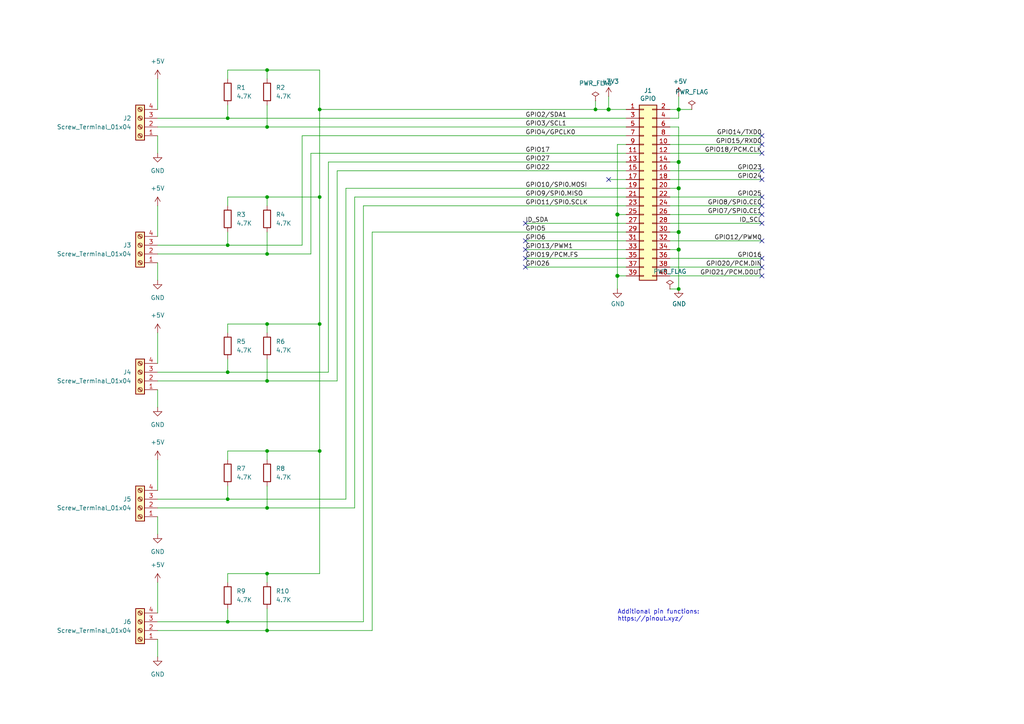
<source format=kicad_sch>
(kicad_sch (version 20250114) (generator "eeschema") (generator_version "9.0")
  (paper "A4")
  (title_block (date "15 nov 2012"))
  (lib_symbols
    (symbol "Connector:Screw_Terminal_01x04" (pin_names (offset 1.016) (hide yes))
      (property "Reference" "J" (at 0 5.08 0))
      (property "Value" "Screw_Terminal_01x04" (at 0 -7.62 0))
      (symbol "Screw_Terminal_01x04_1_1"
        (rectangle (start -1.27 3.81) (end 1.27 -6.35) (stroke (width 0.254)) (fill (type background)))
        (polyline (pts (xy -0.5334 2.8702) (xy 0.3302 2.032)) (stroke (width 0.1524)))
        (polyline (pts (xy -0.5334 0.3302) (xy 0.3302 -0.508)) (stroke (width 0.1524)))
        (polyline (pts (xy -0.5334 -2.2098) (xy 0.3302 -3.048)) (stroke (width 0.1524)))
        (polyline (pts (xy -0.5334 -4.7498) (xy 0.3302 -5.588)) (stroke (width 0.1524)))
        (polyline (pts (xy -0.3556 3.048) (xy 0.508 2.2098)) (stroke (width 0.1524)))
        (polyline (pts (xy -0.3556 0.508) (xy 0.508 -0.3302)) (stroke (width 0.1524)))
        (polyline (pts (xy -0.3556 -2.032) (xy 0.508 -2.8702)) (stroke (width 0.1524)))
        (polyline (pts (xy -0.3556 -4.572) (xy 0.508 -5.4102)) (stroke (width 0.1524)))
        (circle (center 0 2.54) (radius 0.635) (stroke (width 0.1524)))
        (circle (center 0 0) (radius 0.635) (stroke (width 0.1524)))
        (circle (center 0 -2.54) (radius 0.635) (stroke (width 0.1524)))
        (circle (center 0 -5.08) (radius 0.635) (stroke (width 0.1524)))
        (pin passive line (at -5.08 2.54 0) (length 3.81) (name "Pin_1") (number "1"))
        (pin passive line (at -5.08 0 0) (length 3.81) (name "Pin_2") (number "2"))
        (pin passive line (at -5.08 -2.54 0) (length 3.81) (name "Pin_3") (number "3"))
        (pin passive line (at -5.08 -5.08 0) (length 3.81) (name "Pin_4") (number "4"))
      )
    )
    (symbol "Connector_Generic:Conn_02x20_Odd_Even" (pin_names (offset 1.016) (hide yes))
      (property "Reference" "J" (at 1.27 25.4 0))
      (property "Value" "Conn_02x20_Odd_Even" (at 1.27 -27.94 0))
      (symbol "Conn_02x20_Odd_Even_1_1"
        (rectangle (start -1.27 24.13) (end 3.81 -26.67) (stroke (width 0.254)) (fill (type background)))
        (rectangle (start -1.27 22.987) (end 0 22.733) (stroke (width 0.1524)))
        (rectangle (start -1.27 20.447) (end 0 20.193) (stroke (width 0.1524)))
        (rectangle (start -1.27 17.907) (end 0 17.653) (stroke (width 0.1524)))
        (rectangle (start -1.27 15.367) (end 0 15.113) (stroke (width 0.1524)))
        (rectangle (start -1.27 12.827) (end 0 12.573) (stroke (width 0.1524)))
        (rectangle (start -1.27 10.287) (end 0 10.033) (stroke (width 0.1524)))
        (rectangle (start -1.27 7.747) (end 0 7.493) (stroke (width 0.1524)))
        (rectangle (start -1.27 5.207) (end 0 4.953) (stroke (width 0.1524)))
        (rectangle (start -1.27 2.667) (end 0 2.413) (stroke (width 0.1524)))
        (rectangle (start -1.27 0.127) (end 0 -0.127) (stroke (width 0.1524)))
        (rectangle (start -1.27 -2.413) (end 0 -2.667) (stroke (width 0.1524)))
        (rectangle (start -1.27 -4.953) (end 0 -5.207) (stroke (width 0.1524)))
        (rectangle (start -1.27 -7.493) (end 0 -7.747) (stroke (width 0.1524)))
        (rectangle (start -1.27 -10.033) (end 0 -10.287) (stroke (width 0.1524)))
        (rectangle (start -1.27 -12.573) (end 0 -12.827) (stroke (width 0.1524)))
        (rectangle (start -1.27 -15.113) (end 0 -15.367) (stroke (width 0.1524)))
        (rectangle (start -1.27 -17.653) (end 0 -17.907) (stroke (width 0.1524)))
        (rectangle (start -1.27 -20.193) (end 0 -20.447) (stroke (width 0.1524)))
        (rectangle (start -1.27 -22.733) (end 0 -22.987) (stroke (width 0.1524)))
        (rectangle (start -1.27 -25.273) (end 0 -25.527) (stroke (width 0.1524)))
        (rectangle (start 3.81 22.987) (end 2.54 22.733) (stroke (width 0.1524)))
        (rectangle (start 3.81 20.447) (end 2.54 20.193) (stroke (width 0.1524)))
        (rectangle (start 3.81 17.907) (end 2.54 17.653) (stroke (width 0.1524)))
        (rectangle (start 3.81 15.367) (end 2.54 15.113) (stroke (width 0.1524)))
        (rectangle (start 3.81 12.827) (end 2.54 12.573) (stroke (width 0.1524)))
        (rectangle (start 3.81 10.287) (end 2.54 10.033) (stroke (width 0.1524)))
        (rectangle (start 3.81 7.747) (end 2.54 7.493) (stroke (width 0.1524)))
        (rectangle (start 3.81 5.207) (end 2.54 4.953) (stroke (width 0.1524)))
        (rectangle (start 3.81 2.667) (end 2.54 2.413) (stroke (width 0.1524)))
        (rectangle (start 3.81 0.127) (end 2.54 -0.127) (stroke (width 0.1524)))
        (rectangle (start 3.81 -2.413) (end 2.54 -2.667) (stroke (width 0.1524)))
        (rectangle (start 3.81 -4.953) (end 2.54 -5.207) (stroke (width 0.1524)))
        (rectangle (start 3.81 -7.493) (end 2.54 -7.747) (stroke (width 0.1524)))
        (rectangle (start 3.81 -10.033) (end 2.54 -10.287) (stroke (width 0.1524)))
        (rectangle (start 3.81 -12.573) (end 2.54 -12.827) (stroke (width 0.1524)))
        (rectangle (start 3.81 -15.113) (end 2.54 -15.367) (stroke (width 0.1524)))
        (rectangle (start 3.81 -17.653) (end 2.54 -17.907) (stroke (width 0.1524)))
        (rectangle (start 3.81 -20.193) (end 2.54 -20.447) (stroke (width 0.1524)))
        (rectangle (start 3.81 -22.733) (end 2.54 -22.987) (stroke (width 0.1524)))
        (rectangle (start 3.81 -25.273) (end 2.54 -25.527) (stroke (width 0.1524)))
        (pin passive line (at -5.08 22.86 0) (length 3.81) (name "Pin_1") (number "1"))
        (pin passive line (at -5.08 20.32 0) (length 3.81) (name "Pin_3") (number "3"))
        (pin passive line (at -5.08 17.78 0) (length 3.81) (name "Pin_5") (number "5"))
        (pin passive line (at -5.08 15.24 0) (length 3.81) (name "Pin_7") (number "7"))
        (pin passive line (at -5.08 12.7 0) (length 3.81) (name "Pin_9") (number "9"))
        (pin passive line (at -5.08 10.16 0) (length 3.81) (name "Pin_11") (number "11"))
        (pin passive line (at -5.08 7.62 0) (length 3.81) (name "Pin_13") (number "13"))
        (pin passive line (at -5.08 5.08 0) (length 3.81) (name "Pin_15") (number "15"))
        (pin passive line (at -5.08 2.54 0) (length 3.81) (name "Pin_17") (number "17"))
        (pin passive line (at -5.08 0 0) (length 3.81) (name "Pin_19") (number "19"))
        (pin passive line (at -5.08 -2.54 0) (length 3.81) (name "Pin_21") (number "21"))
        (pin passive line (at -5.08 -5.08 0) (length 3.81) (name "Pin_23") (number "23"))
        (pin passive line (at -5.08 -7.62 0) (length 3.81) (name "Pin_25") (number "25"))
        (pin passive line (at -5.08 -10.16 0) (length 3.81) (name "Pin_27") (number "27"))
        (pin passive line (at -5.08 -12.7 0) (length 3.81) (name "Pin_29") (number "29"))
        (pin passive line (at -5.08 -15.24 0) (length 3.81) (name "Pin_31") (number "31"))
        (pin passive line (at -5.08 -17.78 0) (length 3.81) (name "Pin_33") (number "33"))
        (pin passive line (at -5.08 -20.32 0) (length 3.81) (name "Pin_35") (number "35"))
        (pin passive line (at -5.08 -22.86 0) (length 3.81) (name "Pin_37") (number "37"))
        (pin passive line (at -5.08 -25.4 0) (length 3.81) (name "Pin_39") (number "39"))
        (pin passive line (at 7.62 22.86 180) (length 3.81) (name "Pin_2") (number "2"))
        (pin passive line (at 7.62 20.32 180) (length 3.81) (name "Pin_4") (number "4"))
        (pin passive line (at 7.62 17.78 180) (length 3.81) (name "Pin_6") (number "6"))
        (pin passive line (at 7.62 15.24 180) (length 3.81) (name "Pin_8") (number "8"))
        (pin passive line (at 7.62 12.7 180) (length 3.81) (name "Pin_10") (number "10"))
        (pin passive line (at 7.62 10.16 180) (length 3.81) (name "Pin_12") (number "12"))
        (pin passive line (at 7.62 7.62 180) (length 3.81) (name "Pin_14") (number "14"))
        (pin passive line (at 7.62 5.08 180) (length 3.81) (name "Pin_16") (number "16"))
        (pin passive line (at 7.62 2.54 180) (length 3.81) (name "Pin_18") (number "18"))
        (pin passive line (at 7.62 0 180) (length 3.81) (name "Pin_20") (number "20"))
        (pin passive line (at 7.62 -2.54 180) (length 3.81) (name "Pin_22") (number "22"))
        (pin passive line (at 7.62 -5.08 180) (length 3.81) (name "Pin_24") (number "24"))
        (pin passive line (at 7.62 -7.62 180) (length 3.81) (name "Pin_26") (number "26"))
        (pin passive line (at 7.62 -10.16 180) (length 3.81) (name "Pin_28") (number "28"))
        (pin passive line (at 7.62 -12.7 180) (length 3.81) (name "Pin_30") (number "30"))
        (pin passive line (at 7.62 -15.24 180) (length 3.81) (name "Pin_32") (number "32"))
        (pin passive line (at 7.62 -17.78 180) (length 3.81) (name "Pin_34") (number "34"))
        (pin passive line (at 7.62 -20.32 180) (length 3.81) (name "Pin_36") (number "36"))
        (pin passive line (at 7.62 -22.86 180) (length 3.81) (name "Pin_38") (number "38"))
        (pin passive line (at 7.62 -25.4 180) (length 3.81) (name "Pin_40") (number "40"))
      )
    )
    (symbol "Device:R" (pin_numbers (hide yes)) (pin_names (offset 0))
      (property "Reference" "R" (at 2.032 0 90))
      (property "Value" "R" (at 0 0 90))
      (symbol "R_0_1"
        (rectangle (start -1.016 -2.54) (end 1.016 2.54) (stroke (width 0.254)))
      )
      (symbol "R_1_1"
        (pin passive line (at 0 3.81 270) (length 1.27) (name "~") (number "1"))
        (pin passive line (at 0 -3.81 90) (length 1.27) (name "~") (number "2"))
      )
    )
    (symbol "power:+3.3V" (power) (pin_numbers (hide yes)) (pin_names (offset 0) (hide yes))
      (property "Value" "+3.3V" (at 0 3.556 0))
      (symbol "+3.3V_0_1"
        (polyline (pts (xy -0.762 1.27) (xy 0 2.54)))
        (polyline (pts (xy 0 2.54) (xy 0.762 1.27)))
        (polyline (pts (xy 0 0) (xy 0 2.54)))
      )
      (symbol "+3.3V_1_1"
        (pin power_in line (at 0 0 90) (length 0) (name "~") (number "1"))
      )
    )
    (symbol "power:+5V" (power) (pin_numbers (hide yes)) (pin_names (offset 0) (hide yes))
      (property "Value" "+5V" (at 0 3.556 0))
      (symbol "+5V_0_1"
        (polyline (pts (xy -0.762 1.27) (xy 0 2.54)))
        (polyline (pts (xy 0 2.54) (xy 0.762 1.27)))
        (polyline (pts (xy 0 0) (xy 0 2.54)))
      )
      (symbol "+5V_1_1"
        (pin power_in line (at 0 0 90) (length 0) (name "~") (number "1"))
      )
    )
    (symbol "power:GND" (power) (pin_numbers (hide yes)) (pin_names (offset 0) (hide yes))
      (property "Value" "GND" (at 0 -3.81 0))
      (symbol "GND_0_1"
        (polyline (pts (xy 0 0) (xy 0 -1.27) (xy 1.27 -1.27) (xy 0 -2.54) (xy -1.27 -1.27) (xy 0 -1.27)))
      )
      (symbol "GND_1_1"
        (pin power_in line (at 0 0 270) (length 0) (name "~") (number "1"))
      )
    )
    (symbol "power:PWR_FLAG" (power) (pin_numbers (hide yes)) (pin_names (offset 0) (hide yes))
      (property "Value" "PWR_FLAG" (at 0 3.81 0))
      (symbol "PWR_FLAG_0_0"
        (pin power_out line (at 0 0 90) (length 0) (name "~") (number "1"))
      )
      (symbol "PWR_FLAG_0_1"
        (polyline (pts (xy 0 0) (xy 0 1.27) (xy -1.016 1.905) (xy 0 2.54) (xy 1.016 1.905) (xy 0 1.27)))
      )
    )
  )
  (text "Additional pin functions:\nhttps://pinout.xyz/" (at 179.07 180.34 0) (effects (font (size 1.27 1.27)) (justify left bottom)))
  (junction (at 172.72 31.75))
  (junction (at 77.47 130.81))
  (junction (at 196.85 83.82))
  (junction (at 196.85 31.75) (diameter 1.016))
  (junction (at 77.47 182.88))
  (junction (at 66.04 71.12))
  (junction (at 196.85 46.99) (diameter 1.016))
  (junction (at 92.71 31.75))
  (junction (at 66.04 144.78))
  (junction (at 77.47 20.32))
  (junction (at 66.04 107.95))
  (junction (at 77.47 166.37))
  (junction (at 179.07 80.01) (diameter 1.016))
  (junction (at 66.04 180.34))
  (junction (at 179.07 62.23) (diameter 1.016))
  (junction (at 196.85 72.39) (diameter 1.016))
  (junction (at 77.47 147.32))
  (junction (at 77.47 57.15))
  (junction (at 77.47 93.98))
  (junction (at 196.85 67.31) (diameter 1.016))
  (junction (at 92.71 93.98))
  (junction (at 77.47 110.49))
  (junction (at 92.71 57.15))
  (junction (at 196.85 54.61) (diameter 1.016))
  (junction (at 77.47 73.66))
  (junction (at 92.71 130.81))
  (junction (at 77.47 36.83))
  (junction (at 66.04 34.29))
  (junction (at 176.53 31.75) (diameter 1.016))
  (no_connect (at 220.98 80.01))
  (no_connect (at 152.4 72.39))
  (no_connect (at 152.4 69.85))
  (no_connect (at 152.4 64.77))
  (no_connect (at 220.98 52.07))
  (no_connect (at 152.4 74.93))
  (no_connect (at 220.98 59.69))
  (no_connect (at 220.98 49.53))
  (no_connect (at 220.98 62.23))
  (no_connect (at 220.98 41.91))
  (no_connect (at 220.98 77.47))
  (no_connect (at 220.98 74.93))
  (no_connect (at 220.98 44.45))
  (no_connect (at 176.53 52.07))
  (no_connect (at 220.98 57.15))
  (no_connect (at 220.98 39.37))
  (no_connect (at 220.98 69.85))
  (no_connect (at 152.4 77.47))
  (no_connect (at 220.98 64.77))
  (wire (pts (xy 100.33 144.78) (xy 100.33 54.61)))
  (wire (pts (xy 179.07 62.23) (xy 179.07 80.01)))
  (wire (pts (xy 194.31 62.23) (xy 220.98 62.23)))
  (wire (pts (xy 196.85 31.75) (xy 200.66 31.75)))
  (wire (pts (xy 45.72 71.12) (xy 66.04 71.12)))
  (wire (pts (xy 66.04 130.81) (xy 66.04 133.35)))
  (wire (pts (xy 45.72 113.03) (xy 45.72 118.11)))
  (wire (pts (xy 45.72 76.2) (xy 45.72 81.28)))
  (wire (pts (xy 196.85 36.83) (xy 196.85 46.99)))
  (wire (pts (xy 196.85 54.61) (xy 194.31 54.61)))
  (wire (pts (xy 196.85 67.31) (xy 196.85 72.39)))
  (wire (pts (xy 97.79 110.49) (xy 77.47 110.49)))
  (wire (pts (xy 77.47 20.32) (xy 92.71 20.32)))
  (wire (pts (xy 45.72 22.86) (xy 45.72 31.75)))
  (wire (pts (xy 196.85 54.61) (xy 196.85 67.31)))
  (wire (pts (xy 77.47 59.69) (xy 77.47 57.15)))
  (wire (pts (xy 66.04 166.37) (xy 66.04 168.91)))
  (wire (pts (xy 194.31 39.37) (xy 220.98 39.37)))
  (wire (pts (xy 45.72 180.34) (xy 66.04 180.34)))
  (wire (pts (xy 179.07 41.91) (xy 179.07 62.23)))
  (wire (pts (xy 105.41 59.69) (xy 181.61 59.69)))
  (wire (pts (xy 66.04 144.78) (xy 100.33 144.78)))
  (wire (pts (xy 77.47 130.81) (xy 66.04 130.81)))
  (wire (pts (xy 77.47 166.37) (xy 66.04 166.37)))
  (wire (pts (xy 179.07 41.91) (xy 181.61 41.91)))
  (wire (pts (xy 194.31 59.69) (xy 220.98 59.69)))
  (wire (pts (xy 66.04 30.48) (xy 66.04 34.29)))
  (wire (pts (xy 181.61 64.77) (xy 152.4 64.77)))
  (wire (pts (xy 77.47 57.15) (xy 92.71 57.15)))
  (wire (pts (xy 77.47 140.97) (xy 77.47 147.32)))
  (wire (pts (xy 172.72 29.21) (xy 172.72 31.75)))
  (wire (pts (xy 97.79 49.53) (xy 97.79 110.49)))
  (wire (pts (xy 107.95 67.31) (xy 181.61 67.31)))
  (wire (pts (xy 66.04 67.31) (xy 66.04 71.12)))
  (wire (pts (xy 45.72 185.42) (xy 45.72 190.5)))
  (wire (pts (xy 107.95 182.88) (xy 107.95 67.31)))
  (wire (pts (xy 45.72 110.49) (xy 77.47 110.49)))
  (wire (pts (xy 179.07 62.23) (xy 181.61 62.23)))
  (wire (pts (xy 77.47 168.91) (xy 77.47 166.37)))
  (wire (pts (xy 90.17 73.66) (xy 77.47 73.66)))
  (wire (pts (xy 77.47 67.31) (xy 77.47 73.66)))
  (wire (pts (xy 194.31 49.53) (xy 220.98 49.53)))
  (wire (pts (xy 45.72 149.86) (xy 45.72 154.94)))
  (wire (pts (xy 66.04 176.53) (xy 66.04 180.34)))
  (wire (pts (xy 87.63 39.37) (xy 181.61 39.37)))
  (wire (pts (xy 194.31 80.01) (xy 220.98 80.01)))
  (wire (pts (xy 179.07 80.01) (xy 179.07 83.82)))
  (wire (pts (xy 176.53 27.94) (xy 176.53 31.75)))
  (wire (pts (xy 97.79 49.53) (xy 181.61 49.53)))
  (wire (pts (xy 172.72 31.75) (xy 176.53 31.75)))
  (wire (pts (xy 196.85 72.39) (xy 194.31 72.39)))
  (wire (pts (xy 95.25 46.99) (xy 95.25 107.95)))
  (wire (pts (xy 95.25 107.95) (xy 66.04 107.95)))
  (wire (pts (xy 105.41 180.34) (xy 105.41 59.69)))
  (wire (pts (xy 77.47 176.53) (xy 77.47 182.88)))
  (wire (pts (xy 92.71 93.98) (xy 92.71 130.81)))
  (wire (pts (xy 176.53 52.07) (xy 181.61 52.07)))
  (wire (pts (xy 77.47 104.14) (xy 77.47 110.49)))
  (wire (pts (xy 196.85 31.75) (xy 196.85 34.29)))
  (wire (pts (xy 45.72 107.95) (xy 66.04 107.95)))
  (wire (pts (xy 77.47 20.32) (xy 66.04 20.32)))
  (wire (pts (xy 196.85 46.99) (xy 196.85 54.61)))
  (wire (pts (xy 102.87 57.15) (xy 181.61 57.15)))
  (wire (pts (xy 194.31 44.45) (xy 220.98 44.45)))
  (wire (pts (xy 77.47 166.37) (xy 92.71 166.37)))
  (wire (pts (xy 196.85 46.99) (xy 194.31 46.99)))
  (wire (pts (xy 77.47 30.48) (xy 77.47 36.83)))
  (wire (pts (xy 92.71 93.98) (xy 92.71 57.15)))
  (wire (pts (xy 77.47 93.98) (xy 66.04 93.98)))
  (wire (pts (xy 196.85 27.94) (xy 196.85 31.75)))
  (wire (pts (xy 45.72 39.37) (xy 45.72 44.45)))
  (wire (pts (xy 196.85 31.75) (xy 194.31 31.75)))
  (wire (pts (xy 45.72 144.78) (xy 66.04 144.78)))
  (wire (pts (xy 194.31 52.07) (xy 220.98 52.07)))
  (wire (pts (xy 194.31 41.91) (xy 220.98 41.91)))
  (wire (pts (xy 87.63 39.37) (xy 87.63 71.12)))
  (wire (pts (xy 45.72 73.66) (xy 77.47 73.66)))
  (wire (pts (xy 45.72 34.29) (xy 66.04 34.29)))
  (wire (pts (xy 102.87 147.32) (xy 102.87 57.15)))
  (wire (pts (xy 194.31 83.82) (xy 196.85 83.82)))
  (wire (pts (xy 45.72 182.88) (xy 77.47 182.88)))
  (wire (pts (xy 45.72 59.69) (xy 45.72 68.58)))
  (wire (pts (xy 66.04 140.97) (xy 66.04 144.78)))
  (wire (pts (xy 77.47 182.88) (xy 107.95 182.88)))
  (wire (pts (xy 66.04 57.15) (xy 66.04 59.69)))
  (wire (pts (xy 90.17 44.45) (xy 181.61 44.45)))
  (wire (pts (xy 92.71 31.75) (xy 172.72 31.75)))
  (wire (pts (xy 45.72 96.52) (xy 45.72 105.41)))
  (wire (pts (xy 196.85 34.29) (xy 194.31 34.29)))
  (wire (pts (xy 152.4 74.93) (xy 181.61 74.93)))
  (wire (pts (xy 77.47 93.98) (xy 92.71 93.98)))
  (wire (pts (xy 194.31 74.93) (xy 220.98 74.93)))
  (wire (pts (xy 194.31 69.85) (xy 220.98 69.85)))
  (wire (pts (xy 179.07 80.01) (xy 181.61 80.01)))
  (wire (pts (xy 194.31 77.47) (xy 220.98 77.47)))
  (wire (pts (xy 100.33 54.61) (xy 181.61 54.61)))
  (wire (pts (xy 45.72 36.83) (xy 77.47 36.83)))
  (wire (pts (xy 196.85 36.83) (xy 194.31 36.83)))
  (wire (pts (xy 152.4 77.47) (xy 181.61 77.47)))
  (wire (pts (xy 95.25 46.99) (xy 181.61 46.99)))
  (wire (pts (xy 66.04 180.34) (xy 105.41 180.34)))
  (wire (pts (xy 77.47 57.15) (xy 66.04 57.15)))
  (wire (pts (xy 77.47 130.81) (xy 92.71 130.81)))
  (wire (pts (xy 45.72 147.32) (xy 77.47 147.32)))
  (wire (pts (xy 196.85 72.39) (xy 196.85 83.82)))
  (wire (pts (xy 77.47 96.52) (xy 77.47 93.98)))
  (wire (pts (xy 194.31 57.15) (xy 220.98 57.15)))
  (wire (pts (xy 181.61 72.39) (xy 152.4 72.39)))
  (wire (pts (xy 90.17 44.45) (xy 90.17 73.66)))
  (wire (pts (xy 92.71 57.15) (xy 92.71 31.75)))
  (wire (pts (xy 77.47 36.83) (xy 181.61 36.83)))
  (wire (pts (xy 92.71 20.32) (xy 92.71 31.75)))
  (wire (pts (xy 77.47 147.32) (xy 102.87 147.32)))
  (wire (pts (xy 77.47 133.35) (xy 77.47 130.81)))
  (wire (pts (xy 196.85 67.31) (xy 194.31 67.31)))
  (wire (pts (xy 66.04 20.32) (xy 66.04 22.86)))
  (wire (pts (xy 176.53 31.75) (xy 181.61 31.75)))
  (wire (pts (xy 45.72 168.91) (xy 45.72 177.8)))
  (wire (pts (xy 87.63 71.12) (xy 66.04 71.12)))
  (wire (pts (xy 152.4 69.85) (xy 181.61 69.85)))
  (wire (pts (xy 45.72 133.35) (xy 45.72 142.24)))
  (wire (pts (xy 92.71 130.81) (xy 92.71 166.37)))
  (wire (pts (xy 66.04 34.29) (xy 181.61 34.29)))
  (wire (pts (xy 194.31 64.77) (xy 220.98 64.77)))
  (wire (pts (xy 77.47 22.86) (xy 77.47 20.32)))
  (wire (pts (xy 66.04 93.98) (xy 66.04 96.52)))
  (wire (pts (xy 66.04 104.14) (xy 66.04 107.95)))
  (label "ID_SDA" (at 152.4 64.77 0))
  (label "GPIO6" (at 152.4 69.85 0))
  (label "ID_SCL" (at 220.98 64.77 180))
  (label "GPIO5" (at 152.4 67.31 0))
  (label "GPIO21{slash}PCM.DOUT" (at 220.98 80.01 180))
  (label "GPIO19{slash}PCM.FS" (at 152.4 74.93 0))
  (label "GPIO10{slash}SPI0.MOSI" (at 152.4 54.61 0))
  (label "GPIO9{slash}SPI0.MISO" (at 152.4 57.15 0))
  (label "GPIO23" (at 220.98 49.53 180))
  (label "GPIO4{slash}GPCLK0" (at 152.4 39.37 0))
  (label "GPIO27" (at 152.4 46.99 0))
  (label "GPIO26" (at 152.4 77.47 0))
  (label "GPIO14{slash}TXD0" (at 220.98 39.37 180))
  (label "GPIO8{slash}SPI0.CE0" (at 220.98 59.69 180))
  (label "GPIO15{slash}RXD0" (at 220.98 41.91 180))
  (label "GPIO16" (at 220.98 74.93 180))
  (label "GPIO22" (at 152.4 49.53 0))
  (label "GPIO2{slash}SDA1" (at 152.4 34.29 0))
  (label "GPIO17" (at 152.4 44.45 0))
  (label "GPIO25" (at 220.98 57.15 180))
  (label "GPIO3{slash}SCL1" (at 152.4 36.83 0))
  (label "GPIO18{slash}PCM.CLK" (at 220.98 44.45 180))
  (label "GPIO12{slash}PWM0" (at 220.98 69.85 180))
  (label "GPIO13{slash}PWM1" (at 152.4 72.39 0))
  (label "GPIO20{slash}PCM.DIN" (at 220.98 77.47 180))
  (label "GPIO24" (at 220.98 52.07 180))
  (label "GPIO7{slash}SPI0.CE1" (at 220.98 62.23 180))
  (label "GPIO11{slash}SPI0.SCLK" (at 152.4 59.69 0))
  (symbol (lib_id "power:+5V") (at 196.85 27.94 0) (unit 1)
    (property "Reference" "#PWR01" (effects (hide yes)))
    (property "Value" "+5V" (at 197.2183 23.6156 0))
    (property "Description" "Power symbol creates a global label with name \"+5V\"" (effects (hide yes)))
  )
  (symbol (lib_id "power:+3.3V") (at 176.53 27.94 0) (unit 1)
    (property "Reference" "#PWR04" (effects (hide yes)))
    (property "Value" "+3V3" (at 176.8983 23.6156 0))
    (property "Description" "Power symbol creates a global label with name \"+3.3V\"" (effects (hide yes)))
  )
  (symbol (lib_id "power:GND") (at 196.85 83.82 0) (unit 1)
    (property "Reference" "#PWR02" (effects (hide yes)))
    (property "Value" "GND" (at 196.9643 88.1444 0))
    (property "Description" "Power symbol creates a global label with name \"GND\" , ground" (effects (hide yes)))
  )
  (symbol (lib_id "power:GND") (at 179.07 83.82 0) (unit 1)
    (property "Reference" "#PWR03" (effects (hide yes)))
    (property "Value" "GND" (at 179.1843 88.1444 0))
    (property "Description" "Power symbol creates a global label with name \"GND\" , ground" (effects (hide yes)))
  )
  (symbol (lib_id "Connector_Generic:Conn_02x20_Odd_Even") (at 186.69 54.61 0) (unit 1)
    (property "Reference" "J1" (at 187.96 26.2698 0))
    (property "Value" "GPIO" (at 187.96 28.575 0))
    (property "Footprint" "Connector_PinSocket_2.54mm:PinSocket_2x20_P2.54mm_Vertical" (effects (hide yes)))
    (property "Description" "Generic connector, double row, 02x20, odd/even pin numbering scheme (row 1 odd numbers, row 2 even numbers), script generated (kicad-library-utils/schlib/autogen/connector/)" (effects (hide yes)))
  )
  (symbol (lib_id "Device:R") (at 66.04 26.67 0) (unit 1)
    (property "Reference" "R1" (at 68.58 25.3999 0) (effects (justify left)))
    (property "Value" "4.7K" (at 68.58 27.9399 0) (effects (justify left)))
    (property "Footprint" "Resistor_THT:R_Axial_DIN0207_L6.3mm_D2.5mm_P7.62mm_Horizontal" (effects (hide yes)))
    (property "Description" "Resistor" (effects (hide yes)))
  )
  (symbol (lib_id "Device:R") (at 77.47 172.72 0) (unit 1)
    (property "Reference" "R10" (at 80.01 171.4499 0) (effects (justify left)))
    (property "Value" "4.7K" (at 80.01 173.9899 0) (effects (justify left)))
    (property "Footprint" "Resistor_THT:R_Axial_DIN0207_L6.3mm_D2.5mm_P7.62mm_Horizontal" (effects (hide yes)))
    (property "Description" "Resistor" (effects (hide yes)))
  )
  (symbol (lib_id "Connector:Screw_Terminal_01x04") (at 40.64 147.32 180) (unit 1)
    (property "Reference" "J5" (at 38.1 144.7799 0) (effects (justify left)))
    (property "Value" "Screw_Terminal_01x04" (at 38.1 147.3199 0) (effects (justify left)))
    (property "Footprint" "TerminalBlock_Phoenix:TerminalBlock_Phoenix_PT-1,5-4-5.0-H_1x04_P5.00mm_Horizontal" (effects (hide yes)))
    (property "Description" "Generic screw terminal, single row, 01x04, script generated (kicad-library-utils/schlib/autogen/connector/)" (effects (hide yes)))
  )
  (symbol (lib_id "power:PWR_FLAG") (at 200.66 31.75 0) (unit 1)
    (property "Reference" "#FLG01" (effects (hide yes)))
    (property "Value" "PWR_FLAG" (at 200.66 26.67 0))
    (property "Description" "Special symbol for telling ERC where power comes from" (effects (hide yes)))
  )
  (symbol (lib_id "Device:R") (at 66.04 137.16 0) (unit 1)
    (property "Reference" "R7" (at 68.58 135.8899 0) (effects (justify left)))
    (property "Value" "4.7K" (at 68.58 138.4299 0) (effects (justify left)))
    (property "Footprint" "Resistor_THT:R_Axial_DIN0207_L6.3mm_D2.5mm_P7.62mm_Horizontal" (effects (hide yes)))
    (property "Description" "Resistor" (effects (hide yes)))
  )
  (symbol (lib_id "power:+5V") (at 45.72 168.91 0) (unit 1)
    (property "Reference" "#PWR013" (effects (hide yes)))
    (property "Value" "+5V" (at 45.72 163.83 0))
    (property "Description" "Power symbol creates a global label with name \"+5V\"" (effects (hide yes)))
  )
  (symbol (lib_id "power:+5V") (at 45.72 22.86 0) (unit 1)
    (property "Reference" "#PWR06" (effects (hide yes)))
    (property "Value" "+5V" (at 45.72 17.78 0))
    (property "Description" "Power symbol creates a global label with name \"+5V\"" (effects (hide yes)))
  )
  (symbol (lib_id "power:GND") (at 45.72 81.28 0) (unit 1)
    (property "Reference" "#PWR09" (effects (hide yes)))
    (property "Value" "GND" (at 45.72 86.36 0))
    (property "Description" "Power symbol creates a global label with name \"GND\" , ground" (effects (hide yes)))
  )
  (symbol (lib_id "Device:R") (at 77.47 63.5 0) (unit 1)
    (property "Reference" "R4" (at 80.01 62.2299 0) (effects (justify left)))
    (property "Value" "4.7K" (at 80.01 64.7699 0) (effects (justify left)))
    (property "Footprint" "Resistor_THT:R_Axial_DIN0207_L6.3mm_D2.5mm_P7.62mm_Horizontal" (effects (hide yes)))
    (property "Description" "Resistor" (effects (hide yes)))
  )
  (symbol (lib_id "power:PWR_FLAG") (at 194.31 83.82 0) (unit 1)
    (property "Reference" "#FLG03" (effects (hide yes)))
    (property "Value" "PWR_FLAG" (at 194.31 78.74 0))
    (property "Description" "Special symbol for telling ERC where power comes from" (effects (hide yes)))
  )
  (symbol (lib_id "power:PWR_FLAG") (at 172.72 29.21 0) (unit 1)
    (property "Reference" "#FLG02" (effects (hide yes)))
    (property "Value" "PWR_FLAG" (at 172.72 24.13 0))
    (property "Description" "Special symbol for telling ERC where power comes from" (effects (hide yes)))
  )
  (symbol (lib_id "Device:R") (at 66.04 100.33 0) (unit 1)
    (property "Reference" "R5" (at 68.58 99.0599 0) (effects (justify left)))
    (property "Value" "4.7K" (at 68.58 101.5999 0) (effects (justify left)))
    (property "Footprint" "Resistor_THT:R_Axial_DIN0207_L6.3mm_D2.5mm_P7.62mm_Horizontal" (effects (hide yes)))
    (property "Description" "Resistor" (effects (hide yes)))
  )
  (symbol (lib_id "power:+5V") (at 45.72 59.69 0) (unit 1)
    (property "Reference" "#PWR08" (effects (hide yes)))
    (property "Value" "+5V" (at 45.72 54.61 0))
    (property "Description" "Power symbol creates a global label with name \"+5V\"" (effects (hide yes)))
  )
  (symbol (lib_id "power:+5V") (at 45.72 133.35 0) (unit 1)
    (property "Reference" "#PWR05" (effects (hide yes)))
    (property "Value" "+5V" (at 45.72 128.27 0))
    (property "Description" "Power symbol creates a global label with name \"+5V\"" (effects (hide yes)))
  )
  (symbol (lib_id "Device:R") (at 77.47 100.33 0) (unit 1)
    (property "Reference" "R6" (at 80.01 99.0599 0) (effects (justify left)))
    (property "Value" "4.7K" (at 80.01 101.5999 0) (effects (justify left)))
    (property "Footprint" "Resistor_THT:R_Axial_DIN0207_L6.3mm_D2.5mm_P7.62mm_Horizontal" (effects (hide yes)))
    (property "Description" "Resistor" (effects (hide yes)))
  )
  (symbol (lib_id "Device:R") (at 66.04 63.5 0) (unit 1)
    (property "Reference" "R3" (at 68.58 62.2299 0) (effects (justify left)))
    (property "Value" "4.7K" (at 68.58 64.7699 0) (effects (justify left)))
    (property "Footprint" "Resistor_THT:R_Axial_DIN0207_L6.3mm_D2.5mm_P7.62mm_Horizontal" (effects (hide yes)))
    (property "Description" "Resistor" (effects (hide yes)))
  )
  (symbol (lib_id "Connector:Screw_Terminal_01x04") (at 40.64 73.66 180) (unit 1)
    (property "Reference" "J3" (at 38.1 71.1199 0) (effects (justify left)))
    (property "Value" "Screw_Terminal_01x04" (at 38.1 73.6599 0) (effects (justify left)))
    (property "Footprint" "TerminalBlock_Phoenix:TerminalBlock_Phoenix_PT-1,5-4-5.0-H_1x04_P5.00mm_Horizontal" (effects (hide yes)))
    (property "Description" "Generic screw terminal, single row, 01x04, script generated (kicad-library-utils/schlib/autogen/connector/)" (effects (hide yes)))
  )
  (symbol (lib_id "Connector:Screw_Terminal_01x04") (at 40.64 110.49 180) (unit 1)
    (property "Reference" "J4" (at 38.1 107.9499 0) (effects (justify left)))
    (property "Value" "Screw_Terminal_01x04" (at 38.1 110.4899 0) (effects (justify left)))
    (property "Footprint" "TerminalBlock_Phoenix:TerminalBlock_Phoenix_PT-1,5-4-5.0-H_1x04_P5.00mm_Horizontal" (effects (hide yes)))
    (property "Description" "Generic screw terminal, single row, 01x04, script generated (kicad-library-utils/schlib/autogen/connector/)" (effects (hide yes)))
  )
  (symbol (lib_id "power:GND") (at 45.72 190.5 0) (unit 1)
    (property "Reference" "#PWR014" (effects (hide yes)))
    (property "Value" "GND" (at 45.72 195.58 0))
    (property "Description" "Power symbol creates a global label with name \"GND\" , ground" (effects (hide yes)))
  )
  (symbol (lib_id "Device:R") (at 66.04 172.72 0) (unit 1)
    (property "Reference" "R9" (at 68.58 171.4499 0) (effects (justify left)))
    (property "Value" "4.7K" (at 68.58 173.9899 0) (effects (justify left)))
    (property "Footprint" "Resistor_THT:R_Axial_DIN0207_L6.3mm_D2.5mm_P7.62mm_Horizontal" (effects (hide yes)))
    (property "Description" "Resistor" (effects (hide yes)))
  )
  (symbol (lib_id "Connector:Screw_Terminal_01x04") (at 40.64 182.88 180) (unit 1)
    (property "Reference" "J6" (at 38.1 180.3399 0) (effects (justify left)))
    (property "Value" "Screw_Terminal_01x04" (at 38.1 182.8799 0) (effects (justify left)))
    (property "Footprint" "TerminalBlock_Phoenix:TerminalBlock_Phoenix_PT-1,5-4-5.0-H_1x04_P5.00mm_Horizontal" (effects (hide yes)))
    (property "Description" "Generic screw terminal, single row, 01x04, script generated (kicad-library-utils/schlib/autogen/connector/)" (effects (hide yes)))
  )
  (symbol (lib_id "power:GND") (at 45.72 154.94 0) (unit 1)
    (property "Reference" "#PWR010" (effects (hide yes)))
    (property "Value" "GND" (at 45.72 160.02 0))
    (property "Description" "Power symbol creates a global label with name \"GND\" , ground" (effects (hide yes)))
  )
  (symbol (lib_id "power:GND") (at 45.72 118.11 0) (unit 1)
    (property "Reference" "#PWR012" (effects (hide yes)))
    (property "Value" "GND" (at 45.72 123.19 0))
    (property "Description" "Power symbol creates a global label with name \"GND\" , ground" (effects (hide yes)))
  )
  (symbol (lib_id "Device:R") (at 77.47 137.16 0) (unit 1)
    (property "Reference" "R8" (at 80.01 135.8899 0) (effects (justify left)))
    (property "Value" "4.7K" (at 80.01 138.4299 0) (effects (justify left)))
    (property "Footprint" "Resistor_THT:R_Axial_DIN0207_L6.3mm_D2.5mm_P7.62mm_Horizontal" (effects (hide yes)))
    (property "Description" "Resistor" (effects (hide yes)))
  )
  (symbol (lib_id "power:+5V") (at 45.72 96.52 0) (unit 1)
    (property "Reference" "#PWR011" (effects (hide yes)))
    (property "Value" "+5V" (at 45.72 91.44 0))
    (property "Description" "Power symbol creates a global label with name \"+5V\"" (effects (hide yes)))
  )
  (symbol (lib_id "Connector:Screw_Terminal_01x04") (at 40.64 36.83 180) (unit 1)
    (property "Reference" "J2" (at 38.1 34.2899 0) (effects (justify left)))
    (property "Value" "Screw_Terminal_01x04" (at 38.1 36.8299 0) (effects (justify left)))
    (property "Footprint" "TerminalBlock_Phoenix:TerminalBlock_Phoenix_PT-1,5-4-5.0-H_1x04_P5.00mm_Horizontal" (effects (hide yes)))
    (property "Description" "Generic screw terminal, single row, 01x04, script generated (kicad-library-utils/schlib/autogen/connector/)" (effects (hide yes)))
  )
  (symbol (lib_id "Device:R") (at 77.47 26.67 0) (unit 1)
    (property "Reference" "R2" (at 80.01 25.3999 0) (effects (justify left)))
    (property "Value" "4.7K" (at 80.01 27.9399 0) (effects (justify left)))
    (property "Footprint" "Resistor_THT:R_Axial_DIN0207_L6.3mm_D2.5mm_P7.62mm_Horizontal" (effects (hide yes)))
    (property "Description" "Resistor" (effects (hide yes)))
  )
  (symbol (lib_id "power:GND") (at 45.72 44.45 0) (unit 1)
    (property "Reference" "#PWR07" (effects (hide yes)))
    (property "Value" "GND" (at 45.72 49.53 0))
    (property "Description" "Power symbol creates a global label with name \"GND\" , ground" (effects (hide yes)))
  )
)
</source>
